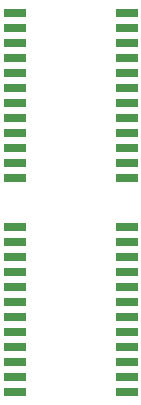
<source format=gbr>
%TF.GenerationSoftware,KiCad,Pcbnew,(6.0.0)*%
%TF.CreationDate,2022-04-22T12:33:35-07:00*%
%TF.ProjectId,Garden-Soil-MoistureSensor,47617264-656e-42d5-936f-696c2d4d6f69,rev?*%
%TF.SameCoordinates,Original*%
%TF.FileFunction,Paste,Top*%
%TF.FilePolarity,Positive*%
%FSLAX46Y46*%
G04 Gerber Fmt 4.6, Leading zero omitted, Abs format (unit mm)*
G04 Created by KiCad (PCBNEW (6.0.0)) date 2022-04-22 12:33:35*
%MOMM*%
%LPD*%
G01*
G04 APERTURE LIST*
%ADD10R,1.950000X0.650000*%
G04 APERTURE END LIST*
D10*
%TO.C,IC1*%
X157959700Y-96469800D03*
X157959700Y-97739800D03*
X157959700Y-99009800D03*
X157959700Y-100279800D03*
X157959700Y-101549800D03*
X157959700Y-102819800D03*
X157959700Y-104089800D03*
X157959700Y-105359800D03*
X157959700Y-106629800D03*
X157959700Y-107899800D03*
X157959700Y-109169800D03*
X157959700Y-110439800D03*
X167409700Y-110439800D03*
X167409700Y-109169800D03*
X167409700Y-107899800D03*
X167409700Y-106629800D03*
X167409700Y-105359800D03*
X167409700Y-104089800D03*
X167409700Y-102819800D03*
X167409700Y-101549800D03*
X167409700Y-100279800D03*
X167409700Y-99009800D03*
X167409700Y-97739800D03*
X167409700Y-96469800D03*
%TD*%
%TO.C,IC2*%
X157959700Y-114520900D03*
X157959700Y-115790900D03*
X157959700Y-117060900D03*
X157959700Y-118330900D03*
X157959700Y-119600900D03*
X157959700Y-120870900D03*
X157959700Y-122140900D03*
X157959700Y-123410900D03*
X157959700Y-124680900D03*
X157959700Y-125950900D03*
X157959700Y-127220900D03*
X157959700Y-128490900D03*
X167409700Y-128490900D03*
X167409700Y-127220900D03*
X167409700Y-125950900D03*
X167409700Y-124680900D03*
X167409700Y-123410900D03*
X167409700Y-122140900D03*
X167409700Y-120870900D03*
X167409700Y-119600900D03*
X167409700Y-118330900D03*
X167409700Y-117060900D03*
X167409700Y-115790900D03*
X167409700Y-114520900D03*
%TD*%
M02*

</source>
